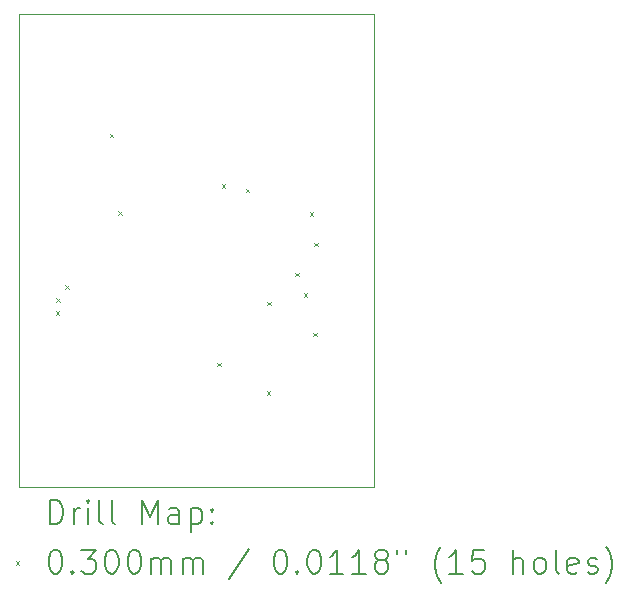
<source format=gbr>
%TF.GenerationSoftware,KiCad,Pcbnew,8.0.5-8.0.5-0~ubuntu20.04.1*%
%TF.CreationDate,2024-10-10T12:20:39-03:00*%
%TF.ProjectId,MicroSD,4d696372-6f53-4442-9e6b-696361645f70,Luis G_mez*%
%TF.SameCoordinates,Original*%
%TF.FileFunction,Drillmap*%
%TF.FilePolarity,Positive*%
%FSLAX45Y45*%
G04 Gerber Fmt 4.5, Leading zero omitted, Abs format (unit mm)*
G04 Created by KiCad (PCBNEW 8.0.5-8.0.5-0~ubuntu20.04.1) date 2024-10-10 12:20:39*
%MOMM*%
%LPD*%
G01*
G04 APERTURE LIST*
%ADD10C,0.050000*%
%ADD11C,0.200000*%
%ADD12C,0.100000*%
G04 APERTURE END LIST*
D10*
X10000000Y-10000000D02*
X13000000Y-10000000D01*
X13000000Y-14000000D01*
X10000000Y-14000000D01*
X10000000Y-10000000D01*
D11*
D12*
X10308500Y-12512000D02*
X10338500Y-12542000D01*
X10338500Y-12512000D02*
X10308500Y-12542000D01*
X10313000Y-12402000D02*
X10343000Y-12432000D01*
X10343000Y-12402000D02*
X10313000Y-12432000D01*
X10388000Y-12292000D02*
X10418000Y-12322000D01*
X10418000Y-12292000D02*
X10388000Y-12322000D01*
X10765000Y-11011000D02*
X10795000Y-11041000D01*
X10795000Y-11011000D02*
X10765000Y-11041000D01*
X10838000Y-11667000D02*
X10868000Y-11697000D01*
X10868000Y-11667000D02*
X10838000Y-11697000D01*
X11673000Y-12947000D02*
X11703000Y-12977000D01*
X11703000Y-12947000D02*
X11673000Y-12977000D01*
X11713000Y-11439000D02*
X11743000Y-11469000D01*
X11743000Y-11439000D02*
X11713000Y-11469000D01*
X11915000Y-11476000D02*
X11945000Y-11506000D01*
X11945000Y-11476000D02*
X11915000Y-11506000D01*
X12095000Y-13192000D02*
X12125000Y-13222000D01*
X12125000Y-13192000D02*
X12095000Y-13222000D01*
X12100500Y-12432000D02*
X12130500Y-12462000D01*
X12130500Y-12432000D02*
X12100500Y-12462000D01*
X12335500Y-12187000D02*
X12365500Y-12217000D01*
X12365500Y-12187000D02*
X12335500Y-12217000D01*
X12406000Y-12361000D02*
X12436000Y-12391000D01*
X12436000Y-12361000D02*
X12406000Y-12391000D01*
X12457801Y-11676801D02*
X12487801Y-11706801D01*
X12487801Y-11676801D02*
X12457801Y-11706801D01*
X12486000Y-12693000D02*
X12516000Y-12723000D01*
X12516000Y-12693000D02*
X12486000Y-12723000D01*
X12494000Y-11931000D02*
X12524000Y-11961000D01*
X12524000Y-11931000D02*
X12494000Y-11961000D01*
D11*
X10258277Y-14313984D02*
X10258277Y-14113984D01*
X10258277Y-14113984D02*
X10305896Y-14113984D01*
X10305896Y-14113984D02*
X10334467Y-14123508D01*
X10334467Y-14123508D02*
X10353515Y-14142555D01*
X10353515Y-14142555D02*
X10363039Y-14161603D01*
X10363039Y-14161603D02*
X10372563Y-14199698D01*
X10372563Y-14199698D02*
X10372563Y-14228269D01*
X10372563Y-14228269D02*
X10363039Y-14266365D01*
X10363039Y-14266365D02*
X10353515Y-14285412D01*
X10353515Y-14285412D02*
X10334467Y-14304460D01*
X10334467Y-14304460D02*
X10305896Y-14313984D01*
X10305896Y-14313984D02*
X10258277Y-14313984D01*
X10458277Y-14313984D02*
X10458277Y-14180650D01*
X10458277Y-14218746D02*
X10467801Y-14199698D01*
X10467801Y-14199698D02*
X10477324Y-14190174D01*
X10477324Y-14190174D02*
X10496372Y-14180650D01*
X10496372Y-14180650D02*
X10515420Y-14180650D01*
X10582086Y-14313984D02*
X10582086Y-14180650D01*
X10582086Y-14113984D02*
X10572563Y-14123508D01*
X10572563Y-14123508D02*
X10582086Y-14133031D01*
X10582086Y-14133031D02*
X10591610Y-14123508D01*
X10591610Y-14123508D02*
X10582086Y-14113984D01*
X10582086Y-14113984D02*
X10582086Y-14133031D01*
X10705896Y-14313984D02*
X10686848Y-14304460D01*
X10686848Y-14304460D02*
X10677324Y-14285412D01*
X10677324Y-14285412D02*
X10677324Y-14113984D01*
X10810658Y-14313984D02*
X10791610Y-14304460D01*
X10791610Y-14304460D02*
X10782086Y-14285412D01*
X10782086Y-14285412D02*
X10782086Y-14113984D01*
X11039229Y-14313984D02*
X11039229Y-14113984D01*
X11039229Y-14113984D02*
X11105896Y-14256841D01*
X11105896Y-14256841D02*
X11172563Y-14113984D01*
X11172563Y-14113984D02*
X11172563Y-14313984D01*
X11353515Y-14313984D02*
X11353515Y-14209222D01*
X11353515Y-14209222D02*
X11343991Y-14190174D01*
X11343991Y-14190174D02*
X11324943Y-14180650D01*
X11324943Y-14180650D02*
X11286848Y-14180650D01*
X11286848Y-14180650D02*
X11267801Y-14190174D01*
X11353515Y-14304460D02*
X11334467Y-14313984D01*
X11334467Y-14313984D02*
X11286848Y-14313984D01*
X11286848Y-14313984D02*
X11267801Y-14304460D01*
X11267801Y-14304460D02*
X11258277Y-14285412D01*
X11258277Y-14285412D02*
X11258277Y-14266365D01*
X11258277Y-14266365D02*
X11267801Y-14247317D01*
X11267801Y-14247317D02*
X11286848Y-14237793D01*
X11286848Y-14237793D02*
X11334467Y-14237793D01*
X11334467Y-14237793D02*
X11353515Y-14228269D01*
X11448753Y-14180650D02*
X11448753Y-14380650D01*
X11448753Y-14190174D02*
X11467801Y-14180650D01*
X11467801Y-14180650D02*
X11505896Y-14180650D01*
X11505896Y-14180650D02*
X11524943Y-14190174D01*
X11524943Y-14190174D02*
X11534467Y-14199698D01*
X11534467Y-14199698D02*
X11543991Y-14218746D01*
X11543991Y-14218746D02*
X11543991Y-14275888D01*
X11543991Y-14275888D02*
X11534467Y-14294936D01*
X11534467Y-14294936D02*
X11524943Y-14304460D01*
X11524943Y-14304460D02*
X11505896Y-14313984D01*
X11505896Y-14313984D02*
X11467801Y-14313984D01*
X11467801Y-14313984D02*
X11448753Y-14304460D01*
X11629705Y-14294936D02*
X11639229Y-14304460D01*
X11639229Y-14304460D02*
X11629705Y-14313984D01*
X11629705Y-14313984D02*
X11620182Y-14304460D01*
X11620182Y-14304460D02*
X11629705Y-14294936D01*
X11629705Y-14294936D02*
X11629705Y-14313984D01*
X11629705Y-14190174D02*
X11639229Y-14199698D01*
X11639229Y-14199698D02*
X11629705Y-14209222D01*
X11629705Y-14209222D02*
X11620182Y-14199698D01*
X11620182Y-14199698D02*
X11629705Y-14190174D01*
X11629705Y-14190174D02*
X11629705Y-14209222D01*
D12*
X9967500Y-14627500D02*
X9997500Y-14657500D01*
X9997500Y-14627500D02*
X9967500Y-14657500D01*
D11*
X10296372Y-14533984D02*
X10315420Y-14533984D01*
X10315420Y-14533984D02*
X10334467Y-14543508D01*
X10334467Y-14543508D02*
X10343991Y-14553031D01*
X10343991Y-14553031D02*
X10353515Y-14572079D01*
X10353515Y-14572079D02*
X10363039Y-14610174D01*
X10363039Y-14610174D02*
X10363039Y-14657793D01*
X10363039Y-14657793D02*
X10353515Y-14695888D01*
X10353515Y-14695888D02*
X10343991Y-14714936D01*
X10343991Y-14714936D02*
X10334467Y-14724460D01*
X10334467Y-14724460D02*
X10315420Y-14733984D01*
X10315420Y-14733984D02*
X10296372Y-14733984D01*
X10296372Y-14733984D02*
X10277324Y-14724460D01*
X10277324Y-14724460D02*
X10267801Y-14714936D01*
X10267801Y-14714936D02*
X10258277Y-14695888D01*
X10258277Y-14695888D02*
X10248753Y-14657793D01*
X10248753Y-14657793D02*
X10248753Y-14610174D01*
X10248753Y-14610174D02*
X10258277Y-14572079D01*
X10258277Y-14572079D02*
X10267801Y-14553031D01*
X10267801Y-14553031D02*
X10277324Y-14543508D01*
X10277324Y-14543508D02*
X10296372Y-14533984D01*
X10448753Y-14714936D02*
X10458277Y-14724460D01*
X10458277Y-14724460D02*
X10448753Y-14733984D01*
X10448753Y-14733984D02*
X10439229Y-14724460D01*
X10439229Y-14724460D02*
X10448753Y-14714936D01*
X10448753Y-14714936D02*
X10448753Y-14733984D01*
X10524944Y-14533984D02*
X10648753Y-14533984D01*
X10648753Y-14533984D02*
X10582086Y-14610174D01*
X10582086Y-14610174D02*
X10610658Y-14610174D01*
X10610658Y-14610174D02*
X10629705Y-14619698D01*
X10629705Y-14619698D02*
X10639229Y-14629222D01*
X10639229Y-14629222D02*
X10648753Y-14648269D01*
X10648753Y-14648269D02*
X10648753Y-14695888D01*
X10648753Y-14695888D02*
X10639229Y-14714936D01*
X10639229Y-14714936D02*
X10629705Y-14724460D01*
X10629705Y-14724460D02*
X10610658Y-14733984D01*
X10610658Y-14733984D02*
X10553515Y-14733984D01*
X10553515Y-14733984D02*
X10534467Y-14724460D01*
X10534467Y-14724460D02*
X10524944Y-14714936D01*
X10772563Y-14533984D02*
X10791610Y-14533984D01*
X10791610Y-14533984D02*
X10810658Y-14543508D01*
X10810658Y-14543508D02*
X10820182Y-14553031D01*
X10820182Y-14553031D02*
X10829705Y-14572079D01*
X10829705Y-14572079D02*
X10839229Y-14610174D01*
X10839229Y-14610174D02*
X10839229Y-14657793D01*
X10839229Y-14657793D02*
X10829705Y-14695888D01*
X10829705Y-14695888D02*
X10820182Y-14714936D01*
X10820182Y-14714936D02*
X10810658Y-14724460D01*
X10810658Y-14724460D02*
X10791610Y-14733984D01*
X10791610Y-14733984D02*
X10772563Y-14733984D01*
X10772563Y-14733984D02*
X10753515Y-14724460D01*
X10753515Y-14724460D02*
X10743991Y-14714936D01*
X10743991Y-14714936D02*
X10734467Y-14695888D01*
X10734467Y-14695888D02*
X10724944Y-14657793D01*
X10724944Y-14657793D02*
X10724944Y-14610174D01*
X10724944Y-14610174D02*
X10734467Y-14572079D01*
X10734467Y-14572079D02*
X10743991Y-14553031D01*
X10743991Y-14553031D02*
X10753515Y-14543508D01*
X10753515Y-14543508D02*
X10772563Y-14533984D01*
X10963039Y-14533984D02*
X10982086Y-14533984D01*
X10982086Y-14533984D02*
X11001134Y-14543508D01*
X11001134Y-14543508D02*
X11010658Y-14553031D01*
X11010658Y-14553031D02*
X11020182Y-14572079D01*
X11020182Y-14572079D02*
X11029705Y-14610174D01*
X11029705Y-14610174D02*
X11029705Y-14657793D01*
X11029705Y-14657793D02*
X11020182Y-14695888D01*
X11020182Y-14695888D02*
X11010658Y-14714936D01*
X11010658Y-14714936D02*
X11001134Y-14724460D01*
X11001134Y-14724460D02*
X10982086Y-14733984D01*
X10982086Y-14733984D02*
X10963039Y-14733984D01*
X10963039Y-14733984D02*
X10943991Y-14724460D01*
X10943991Y-14724460D02*
X10934467Y-14714936D01*
X10934467Y-14714936D02*
X10924944Y-14695888D01*
X10924944Y-14695888D02*
X10915420Y-14657793D01*
X10915420Y-14657793D02*
X10915420Y-14610174D01*
X10915420Y-14610174D02*
X10924944Y-14572079D01*
X10924944Y-14572079D02*
X10934467Y-14553031D01*
X10934467Y-14553031D02*
X10943991Y-14543508D01*
X10943991Y-14543508D02*
X10963039Y-14533984D01*
X11115420Y-14733984D02*
X11115420Y-14600650D01*
X11115420Y-14619698D02*
X11124944Y-14610174D01*
X11124944Y-14610174D02*
X11143991Y-14600650D01*
X11143991Y-14600650D02*
X11172563Y-14600650D01*
X11172563Y-14600650D02*
X11191610Y-14610174D01*
X11191610Y-14610174D02*
X11201134Y-14629222D01*
X11201134Y-14629222D02*
X11201134Y-14733984D01*
X11201134Y-14629222D02*
X11210658Y-14610174D01*
X11210658Y-14610174D02*
X11229705Y-14600650D01*
X11229705Y-14600650D02*
X11258277Y-14600650D01*
X11258277Y-14600650D02*
X11277324Y-14610174D01*
X11277324Y-14610174D02*
X11286848Y-14629222D01*
X11286848Y-14629222D02*
X11286848Y-14733984D01*
X11382086Y-14733984D02*
X11382086Y-14600650D01*
X11382086Y-14619698D02*
X11391610Y-14610174D01*
X11391610Y-14610174D02*
X11410658Y-14600650D01*
X11410658Y-14600650D02*
X11439229Y-14600650D01*
X11439229Y-14600650D02*
X11458277Y-14610174D01*
X11458277Y-14610174D02*
X11467801Y-14629222D01*
X11467801Y-14629222D02*
X11467801Y-14733984D01*
X11467801Y-14629222D02*
X11477324Y-14610174D01*
X11477324Y-14610174D02*
X11496372Y-14600650D01*
X11496372Y-14600650D02*
X11524943Y-14600650D01*
X11524943Y-14600650D02*
X11543991Y-14610174D01*
X11543991Y-14610174D02*
X11553515Y-14629222D01*
X11553515Y-14629222D02*
X11553515Y-14733984D01*
X11943991Y-14524460D02*
X11772563Y-14781603D01*
X12201134Y-14533984D02*
X12220182Y-14533984D01*
X12220182Y-14533984D02*
X12239229Y-14543508D01*
X12239229Y-14543508D02*
X12248753Y-14553031D01*
X12248753Y-14553031D02*
X12258277Y-14572079D01*
X12258277Y-14572079D02*
X12267801Y-14610174D01*
X12267801Y-14610174D02*
X12267801Y-14657793D01*
X12267801Y-14657793D02*
X12258277Y-14695888D01*
X12258277Y-14695888D02*
X12248753Y-14714936D01*
X12248753Y-14714936D02*
X12239229Y-14724460D01*
X12239229Y-14724460D02*
X12220182Y-14733984D01*
X12220182Y-14733984D02*
X12201134Y-14733984D01*
X12201134Y-14733984D02*
X12182086Y-14724460D01*
X12182086Y-14724460D02*
X12172563Y-14714936D01*
X12172563Y-14714936D02*
X12163039Y-14695888D01*
X12163039Y-14695888D02*
X12153515Y-14657793D01*
X12153515Y-14657793D02*
X12153515Y-14610174D01*
X12153515Y-14610174D02*
X12163039Y-14572079D01*
X12163039Y-14572079D02*
X12172563Y-14553031D01*
X12172563Y-14553031D02*
X12182086Y-14543508D01*
X12182086Y-14543508D02*
X12201134Y-14533984D01*
X12353515Y-14714936D02*
X12363039Y-14724460D01*
X12363039Y-14724460D02*
X12353515Y-14733984D01*
X12353515Y-14733984D02*
X12343991Y-14724460D01*
X12343991Y-14724460D02*
X12353515Y-14714936D01*
X12353515Y-14714936D02*
X12353515Y-14733984D01*
X12486848Y-14533984D02*
X12505896Y-14533984D01*
X12505896Y-14533984D02*
X12524944Y-14543508D01*
X12524944Y-14543508D02*
X12534467Y-14553031D01*
X12534467Y-14553031D02*
X12543991Y-14572079D01*
X12543991Y-14572079D02*
X12553515Y-14610174D01*
X12553515Y-14610174D02*
X12553515Y-14657793D01*
X12553515Y-14657793D02*
X12543991Y-14695888D01*
X12543991Y-14695888D02*
X12534467Y-14714936D01*
X12534467Y-14714936D02*
X12524944Y-14724460D01*
X12524944Y-14724460D02*
X12505896Y-14733984D01*
X12505896Y-14733984D02*
X12486848Y-14733984D01*
X12486848Y-14733984D02*
X12467801Y-14724460D01*
X12467801Y-14724460D02*
X12458277Y-14714936D01*
X12458277Y-14714936D02*
X12448753Y-14695888D01*
X12448753Y-14695888D02*
X12439229Y-14657793D01*
X12439229Y-14657793D02*
X12439229Y-14610174D01*
X12439229Y-14610174D02*
X12448753Y-14572079D01*
X12448753Y-14572079D02*
X12458277Y-14553031D01*
X12458277Y-14553031D02*
X12467801Y-14543508D01*
X12467801Y-14543508D02*
X12486848Y-14533984D01*
X12743991Y-14733984D02*
X12629706Y-14733984D01*
X12686848Y-14733984D02*
X12686848Y-14533984D01*
X12686848Y-14533984D02*
X12667801Y-14562555D01*
X12667801Y-14562555D02*
X12648753Y-14581603D01*
X12648753Y-14581603D02*
X12629706Y-14591127D01*
X12934467Y-14733984D02*
X12820182Y-14733984D01*
X12877325Y-14733984D02*
X12877325Y-14533984D01*
X12877325Y-14533984D02*
X12858277Y-14562555D01*
X12858277Y-14562555D02*
X12839229Y-14581603D01*
X12839229Y-14581603D02*
X12820182Y-14591127D01*
X13048753Y-14619698D02*
X13029706Y-14610174D01*
X13029706Y-14610174D02*
X13020182Y-14600650D01*
X13020182Y-14600650D02*
X13010658Y-14581603D01*
X13010658Y-14581603D02*
X13010658Y-14572079D01*
X13010658Y-14572079D02*
X13020182Y-14553031D01*
X13020182Y-14553031D02*
X13029706Y-14543508D01*
X13029706Y-14543508D02*
X13048753Y-14533984D01*
X13048753Y-14533984D02*
X13086848Y-14533984D01*
X13086848Y-14533984D02*
X13105896Y-14543508D01*
X13105896Y-14543508D02*
X13115420Y-14553031D01*
X13115420Y-14553031D02*
X13124944Y-14572079D01*
X13124944Y-14572079D02*
X13124944Y-14581603D01*
X13124944Y-14581603D02*
X13115420Y-14600650D01*
X13115420Y-14600650D02*
X13105896Y-14610174D01*
X13105896Y-14610174D02*
X13086848Y-14619698D01*
X13086848Y-14619698D02*
X13048753Y-14619698D01*
X13048753Y-14619698D02*
X13029706Y-14629222D01*
X13029706Y-14629222D02*
X13020182Y-14638746D01*
X13020182Y-14638746D02*
X13010658Y-14657793D01*
X13010658Y-14657793D02*
X13010658Y-14695888D01*
X13010658Y-14695888D02*
X13020182Y-14714936D01*
X13020182Y-14714936D02*
X13029706Y-14724460D01*
X13029706Y-14724460D02*
X13048753Y-14733984D01*
X13048753Y-14733984D02*
X13086848Y-14733984D01*
X13086848Y-14733984D02*
X13105896Y-14724460D01*
X13105896Y-14724460D02*
X13115420Y-14714936D01*
X13115420Y-14714936D02*
X13124944Y-14695888D01*
X13124944Y-14695888D02*
X13124944Y-14657793D01*
X13124944Y-14657793D02*
X13115420Y-14638746D01*
X13115420Y-14638746D02*
X13105896Y-14629222D01*
X13105896Y-14629222D02*
X13086848Y-14619698D01*
X13201134Y-14533984D02*
X13201134Y-14572079D01*
X13277325Y-14533984D02*
X13277325Y-14572079D01*
X13572563Y-14810174D02*
X13563039Y-14800650D01*
X13563039Y-14800650D02*
X13543991Y-14772079D01*
X13543991Y-14772079D02*
X13534468Y-14753031D01*
X13534468Y-14753031D02*
X13524944Y-14724460D01*
X13524944Y-14724460D02*
X13515420Y-14676841D01*
X13515420Y-14676841D02*
X13515420Y-14638746D01*
X13515420Y-14638746D02*
X13524944Y-14591127D01*
X13524944Y-14591127D02*
X13534468Y-14562555D01*
X13534468Y-14562555D02*
X13543991Y-14543508D01*
X13543991Y-14543508D02*
X13563039Y-14514936D01*
X13563039Y-14514936D02*
X13572563Y-14505412D01*
X13753515Y-14733984D02*
X13639229Y-14733984D01*
X13696372Y-14733984D02*
X13696372Y-14533984D01*
X13696372Y-14533984D02*
X13677325Y-14562555D01*
X13677325Y-14562555D02*
X13658277Y-14581603D01*
X13658277Y-14581603D02*
X13639229Y-14591127D01*
X13934468Y-14533984D02*
X13839229Y-14533984D01*
X13839229Y-14533984D02*
X13829706Y-14629222D01*
X13829706Y-14629222D02*
X13839229Y-14619698D01*
X13839229Y-14619698D02*
X13858277Y-14610174D01*
X13858277Y-14610174D02*
X13905896Y-14610174D01*
X13905896Y-14610174D02*
X13924944Y-14619698D01*
X13924944Y-14619698D02*
X13934468Y-14629222D01*
X13934468Y-14629222D02*
X13943991Y-14648269D01*
X13943991Y-14648269D02*
X13943991Y-14695888D01*
X13943991Y-14695888D02*
X13934468Y-14714936D01*
X13934468Y-14714936D02*
X13924944Y-14724460D01*
X13924944Y-14724460D02*
X13905896Y-14733984D01*
X13905896Y-14733984D02*
X13858277Y-14733984D01*
X13858277Y-14733984D02*
X13839229Y-14724460D01*
X13839229Y-14724460D02*
X13829706Y-14714936D01*
X14182087Y-14733984D02*
X14182087Y-14533984D01*
X14267801Y-14733984D02*
X14267801Y-14629222D01*
X14267801Y-14629222D02*
X14258277Y-14610174D01*
X14258277Y-14610174D02*
X14239230Y-14600650D01*
X14239230Y-14600650D02*
X14210658Y-14600650D01*
X14210658Y-14600650D02*
X14191610Y-14610174D01*
X14191610Y-14610174D02*
X14182087Y-14619698D01*
X14391610Y-14733984D02*
X14372563Y-14724460D01*
X14372563Y-14724460D02*
X14363039Y-14714936D01*
X14363039Y-14714936D02*
X14353515Y-14695888D01*
X14353515Y-14695888D02*
X14353515Y-14638746D01*
X14353515Y-14638746D02*
X14363039Y-14619698D01*
X14363039Y-14619698D02*
X14372563Y-14610174D01*
X14372563Y-14610174D02*
X14391610Y-14600650D01*
X14391610Y-14600650D02*
X14420182Y-14600650D01*
X14420182Y-14600650D02*
X14439230Y-14610174D01*
X14439230Y-14610174D02*
X14448753Y-14619698D01*
X14448753Y-14619698D02*
X14458277Y-14638746D01*
X14458277Y-14638746D02*
X14458277Y-14695888D01*
X14458277Y-14695888D02*
X14448753Y-14714936D01*
X14448753Y-14714936D02*
X14439230Y-14724460D01*
X14439230Y-14724460D02*
X14420182Y-14733984D01*
X14420182Y-14733984D02*
X14391610Y-14733984D01*
X14572563Y-14733984D02*
X14553515Y-14724460D01*
X14553515Y-14724460D02*
X14543991Y-14705412D01*
X14543991Y-14705412D02*
X14543991Y-14533984D01*
X14724944Y-14724460D02*
X14705896Y-14733984D01*
X14705896Y-14733984D02*
X14667801Y-14733984D01*
X14667801Y-14733984D02*
X14648753Y-14724460D01*
X14648753Y-14724460D02*
X14639230Y-14705412D01*
X14639230Y-14705412D02*
X14639230Y-14629222D01*
X14639230Y-14629222D02*
X14648753Y-14610174D01*
X14648753Y-14610174D02*
X14667801Y-14600650D01*
X14667801Y-14600650D02*
X14705896Y-14600650D01*
X14705896Y-14600650D02*
X14724944Y-14610174D01*
X14724944Y-14610174D02*
X14734468Y-14629222D01*
X14734468Y-14629222D02*
X14734468Y-14648269D01*
X14734468Y-14648269D02*
X14639230Y-14667317D01*
X14810658Y-14724460D02*
X14829706Y-14733984D01*
X14829706Y-14733984D02*
X14867801Y-14733984D01*
X14867801Y-14733984D02*
X14886849Y-14724460D01*
X14886849Y-14724460D02*
X14896372Y-14705412D01*
X14896372Y-14705412D02*
X14896372Y-14695888D01*
X14896372Y-14695888D02*
X14886849Y-14676841D01*
X14886849Y-14676841D02*
X14867801Y-14667317D01*
X14867801Y-14667317D02*
X14839230Y-14667317D01*
X14839230Y-14667317D02*
X14820182Y-14657793D01*
X14820182Y-14657793D02*
X14810658Y-14638746D01*
X14810658Y-14638746D02*
X14810658Y-14629222D01*
X14810658Y-14629222D02*
X14820182Y-14610174D01*
X14820182Y-14610174D02*
X14839230Y-14600650D01*
X14839230Y-14600650D02*
X14867801Y-14600650D01*
X14867801Y-14600650D02*
X14886849Y-14610174D01*
X14963039Y-14810174D02*
X14972563Y-14800650D01*
X14972563Y-14800650D02*
X14991611Y-14772079D01*
X14991611Y-14772079D02*
X15001134Y-14753031D01*
X15001134Y-14753031D02*
X15010658Y-14724460D01*
X15010658Y-14724460D02*
X15020182Y-14676841D01*
X15020182Y-14676841D02*
X15020182Y-14638746D01*
X15020182Y-14638746D02*
X15010658Y-14591127D01*
X15010658Y-14591127D02*
X15001134Y-14562555D01*
X15001134Y-14562555D02*
X14991611Y-14543508D01*
X14991611Y-14543508D02*
X14972563Y-14514936D01*
X14972563Y-14514936D02*
X14963039Y-14505412D01*
M02*

</source>
